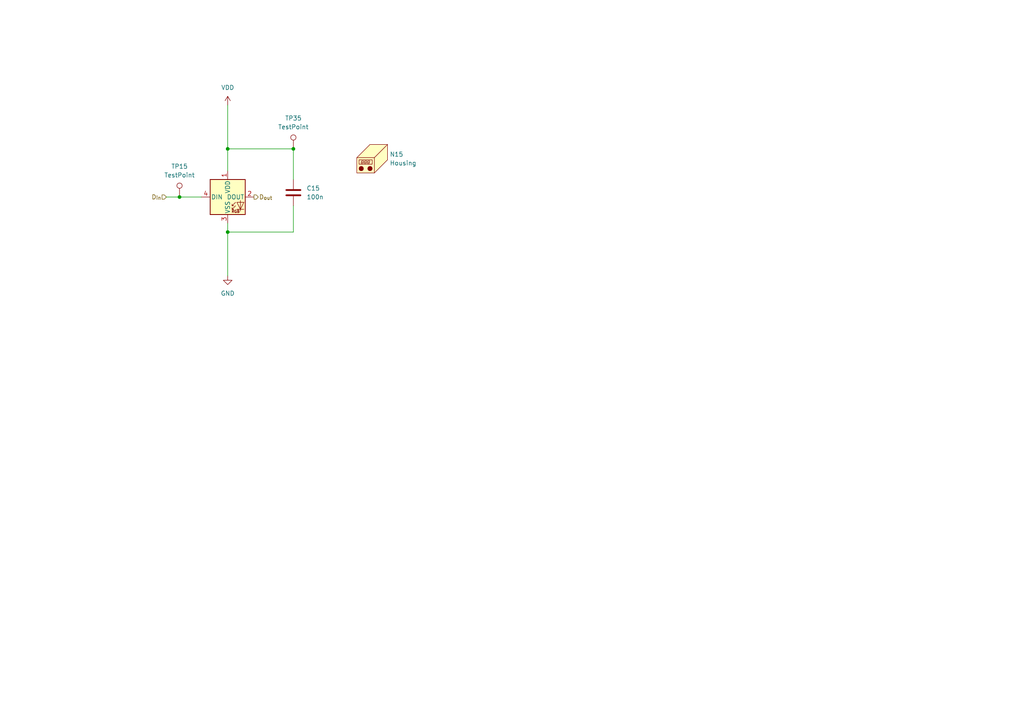
<source format=kicad_sch>
(kicad_sch (version 20250114) (generator "eeschema") (generator_version "9.0")
  (paper "A4")
  (lib_symbols
    (symbol "Connector:TestPoint" (pin_numbers (hide yes)) (pin_names (offset 0.762) (hide yes))
      (property "Reference" "TP" (at 0 6.858 0))
      (property "Value" "TestPoint" (at 0 5.08 0))
      (symbol "TestPoint_0_1"
        (circle (center 0 3.302) (radius 0.762))
      )
      (symbol "TestPoint_1_1"
        (pin passive line (at 0 0 90) (length 2.54) (name "1") (number "1"))
      )
    )
    (symbol "Device:C" (pin_numbers (hide yes)) (pin_names (offset 0.254))
      (property "Reference" "C" (at 0.635 2.54 0))
      (property "Value" "C" (at 0.635 -2.54 0))
      (symbol "C_0_1"
        (polyline (pts (xy -2.032 0.762) (xy 2.032 0.762)) (stroke (width 0.508)))
        (polyline (pts (xy -2.032 -0.762) (xy 2.032 -0.762)) (stroke (width 0.508)))
      )
      (symbol "C_1_1"
        (pin passive line (at 0 3.81 270) (length 2.794) (name "~") (number "1"))
        (pin passive line (at 0 -3.81 90) (length 2.794) (name "~") (number "2"))
      )
    )
    (symbol "Mechanical:Housing" (pin_names (offset 1.016)) (exclude_from_sim yes)
      (property "Reference" "N" (at 3.81 0 0))
      (property "Value" "Housing" (at 3.81 -1.905 0))
      (symbol "Housing_0_1"
        (polyline (pts (xy -5.715 0) (xy -0.635 0) (xy 3.175 3.81)))
        (polyline (pts (xy -5.715 0) (xy -5.715 -4.445) (xy -0.635 -4.445) (xy 3.175 -0.635) (xy 3.175 3.81) (xy -1.905 3.81) (xy -5.715 0)) (fill (type background)))
        (rectangle (start -5.08 -0.635) (end -1.27 -1.905))
        (polyline (pts (xy -4.5212 -1.5748) (xy -4.4704 -1.3716)))
        (circle (center -4.445 -3.175) (radius 0.635) (fill (type outline)))
        (polyline (pts (xy -4.4196 -1.2192) (xy -4.3688 -0.9652)))
        (polyline (pts (xy -4.4196 -1.6764) (xy -4.064 -1.6764)))
        (polyline (pts (xy -4.318 -1.3208) (xy -4.0132 -1.3208)))
        (polyline (pts (xy -4.2164 -0.9144) (xy -3.9116 -0.9144)))
        (polyline (pts (xy -3.9116 -1.6256) (xy -3.8608 -1.3716)))
        (polyline (pts (xy -3.81 -1.2192) (xy -3.7592 -0.9652)))
        (polyline (pts (xy -3.6068 -1.5748) (xy -3.556 -1.3716)))
        (polyline (pts (xy -3.5052 -1.2192) (xy -3.4544 -0.9652)))
        (polyline (pts (xy -3.5052 -1.6764) (xy -3.1496 -1.6764)))
        (polyline (pts (xy -3.4036 -1.3208) (xy -3.0988 -1.3208)))
        (polyline (pts (xy -3.302 -0.9144) (xy -2.9972 -0.9144)))
        (polyline (pts (xy -2.9972 -1.6256) (xy -2.9464 -1.3716)))
        (polyline (pts (xy -2.8956 -1.2192) (xy -2.8448 -0.9652)))
        (polyline (pts (xy -2.6924 -1.5748) (xy -2.6416 -1.3716)))
        (polyline (pts (xy -2.5908 -1.2192) (xy -2.54 -0.9652)))
        (polyline (pts (xy -2.5908 -1.6764) (xy -2.2352 -1.6764)))
        (polyline (pts (xy -2.4892 -1.3208) (xy -2.1844 -1.3208)))
        (polyline (pts (xy -2.3876 -0.9144) (xy -2.0828 -0.9144)))
        (polyline (pts (xy -2.0828 -1.6256) (xy -2.032 -1.3716)))
        (polyline (pts (xy -1.9812 -1.2192) (xy -1.9304 -0.9652)))
        (circle (center -1.905 -3.175) (radius 0.635) (fill (type outline)))
        (polyline (pts (xy -0.635 0) (xy -0.635 -4.445)))
      )
    )
    (symbol "New_Library:SK6812MINI-E" (pin_names (offset 0.254))
      (property "Reference" "D" (at 5.08 5.715 0))
      (property "Value" "SK6812MINI-E" (at 1.27 -5.715 0))
      (property "LCSC" "C5149201" (at 0 0 0))
      (symbol "SK6812MINI-E_0_0"
        (text "RGB" (at 2.286 -4.191 0) (effects (font (size 0.762 0.762))))
      )
      (symbol "SK6812MINI-E_0_1"
        (polyline (pts (xy 1.27 -2.54) (xy 1.778 -2.54)))
        (polyline (pts (xy 1.27 -3.556) (xy 1.778 -3.556)))
        (polyline (pts (xy 2.286 -1.524) (xy 1.27 -2.54) (xy 1.27 -2.032)))
        (polyline (pts (xy 2.286 -2.54) (xy 1.27 -3.556) (xy 1.27 -3.048)))
        (polyline (pts (xy 3.683 -1.016) (xy 3.683 -3.556) (xy 3.683 -4.064)))
        (polyline (pts (xy 4.699 -1.524) (xy 2.667 -1.524) (xy 3.683 -3.556) (xy 4.699 -1.524)))
        (polyline (pts (xy 4.699 -3.556) (xy 2.667 -3.556)))
        (rectangle (start 5.08 5.08) (end -5.08 -5.08) (stroke (width 0.254)) (fill (type background)))
      )
      (symbol "SK6812MINI-E_1_1"
        (pin input line (at -7.62 0 0) (length 2.54) (name "DIN") (number "4"))
        (pin power_in line (at 0 7.62 270) (length 2.54) (name "VDD") (number "1"))
        (pin power_in line (at 0 -7.62 90) (length 2.54) (name "VSS") (number "3"))
        (pin output line (at 7.62 0 180) (length 2.54) (name "DOUT") (number "2"))
      )
    )
    (symbol "power:GND" (power) (pin_numbers (hide yes)) (pin_names (offset 0) (hide yes))
      (property "Value" "GND" (at 0 -3.81 0))
      (symbol "GND_0_1"
        (polyline (pts (xy 0 0) (xy 0 -1.27) (xy 1.27 -1.27) (xy 0 -2.54) (xy -1.27 -1.27) (xy 0 -1.27)))
      )
      (symbol "GND_1_1"
        (pin power_in line (at 0 0 270) (length 0) (name "~") (number "1"))
      )
    )
    (symbol "power:VDD" (power) (pin_numbers (hide yes)) (pin_names (offset 0) (hide yes))
      (property "Value" "VDD" (at 0 3.556 0))
      (symbol "VDD_0_1"
        (polyline (pts (xy -0.762 1.27) (xy 0 2.54)))
        (polyline (pts (xy 0 2.54) (xy 0.762 1.27)))
        (polyline (pts (xy 0 0) (xy 0 2.54)))
      )
      (symbol "VDD_1_1"
        (pin power_in line (at 0 0 90) (length 0) (name "~") (number "1"))
      )
    )
  )
  (junction (at 66.04 43.18))
  (junction (at 52.07 57.15))
  (junction (at 85.09 43.18))
  (junction (at 66.04 67.31))
  (wire (pts (xy 85.09 59.69) (xy 85.09 67.31)))
  (wire (pts (xy 66.04 30.48) (xy 66.04 43.18)))
  (wire (pts (xy 85.09 43.18) (xy 66.04 43.18)))
  (wire (pts (xy 66.04 67.31) (xy 66.04 64.77)))
  (wire (pts (xy 48.26 57.15) (xy 52.07 57.15)))
  (wire (pts (xy 52.07 57.15) (xy 58.42 57.15)))
  (wire (pts (xy 66.04 43.18) (xy 66.04 49.53)))
  (wire (pts (xy 66.04 67.31) (xy 66.04 80.01)))
  (wire (pts (xy 85.09 67.31) (xy 66.04 67.31)))
  (wire (pts (xy 85.09 52.07) (xy 85.09 43.18)))
  (hierarchical_label "D_{in}" (shape input) (at 48.26 57.15 180))
  (hierarchical_label "D_{out}" (shape output) (at 73.66 57.15 0))
  (symbol (lib_id "power:GND") (at 66.04 80.01 0) (unit 1)
    (property "Reference" "#PWR02" (effects (hide yes)))
    (property "Value" "GND" (at 66.04 85.09 0))
    (property "Description" "Power symbol creates a global label with name \"GND\" , ground" (effects (hide yes)))
    (instances (project "klopferlight" (path "" (reference "#PWR078") (unit 1)) (path "" (reference "#PWR052") (unit 1)) (path "" (reference "#PWR086") (unit 1)) (path "" (reference "#PWR044") (unit 1)) (path "" (reference "#PWR090") (unit 1)) (path "" (reference "#PWR06") (unit 1)) (path "" (reference "#PWR056") (unit 1)) (path "" (reference "#PWR074") (unit 1)) (path "" (reference "#PWR064") (unit 1)) (path "" (reference "#PWR02") (unit 1)) (path "" (reference "#PWR094") (unit 1)) (path "" (reference "#PWR014") (unit 1)) (path "" (reference "#PWR098") (unit 1)) (path "" (reference "#PWR022") (unit 1)) (path "" (reference "#PWR018") (unit 1)) (path "" (reference "#PWR070") (unit 1)) (path "" (reference "#PWR010") (unit 1)) (path "" (reference "#PWR082") (unit 1)) (path "" (reference "#PWR048") (unit 1)) (path "" (reference "#PWR060") (unit 1))))
  )
  (symbol (lib_id "Device:C") (at 85.09 55.88 0) (unit 1)
    (property "Reference" "C1" (at 88.9 54.6099 0) (effects (justify left)))
    (property "Value" "100n" (at 88.9 57.1499 0) (effects (justify left)))
    (property "Footprint" "Capacitor_SMD:C_0603_1608Metric" (effects (hide yes)))
    (property "Description" "Unpolarized capacitor" (effects (hide yes)))
    (instances (project "klopferlight" (path "" (reference "C15") (unit 1)) (path "" (reference "C9") (unit 1)) (path "" (reference "C17") (unit 1)) (path "" (reference "C7") (unit 1)) (path "" (reference "C18") (unit 1)) (path "" (reference "C2") (unit 1)) (path "" (reference "C10") (unit 1)) (path "" (reference "C14") (unit 1)) (path "" (reference "C12") (unit 1)) (path "" (reference "C1") (unit 1)) (path "" (reference "C19") (unit 1)) (path "" (reference "C4") (unit 1)) (path "" (reference "C20") (unit 1)) (path "" (reference "C6") (unit 1)) (path "" (reference "C5") (unit 1)) (path "" (reference "C13") (unit 1)) (path "" (reference "C3") (unit 1)) (path "" (reference "C16") (unit 1)) (path "" (reference "C8") (unit 1)) (path "" (reference "C11") (unit 1))))
  )
  (symbol (lib_id "Connector:TestPoint") (at 85.09 43.18 0) (unit 1) (in_bom no)
    (property "Reference" "TP21" (at 85.09 34.29 0))
    (property "Value" "TestPoint" (at 85.09 36.83 0))
    (property "Footprint" "TestPoint:TestPoint_THTPad_1.0x1.0mm_Drill0.5mm" (effects (hide yes)))
    (property "Description" "test point" (effects (hide yes)))
    (instances (project "klopferlight" (path "" (reference "TP35") (unit 1)) (path "" (reference "TP29") (unit 1)) (path "" (reference "TP37") (unit 1)) (path "" (reference "TP27") (unit 1)) (path "" (reference "TP38") (unit 1)) (path "" (reference "TP22") (unit 1)) (path "" (reference "TP30") (unit 1)) (path "" (reference "TP34") (unit 1)) (path "" (reference "TP32") (unit 1)) (path "" (reference "TP21") (unit 1)) (path "" (reference "TP39") (unit 1)) (path "" (reference "TP24") (unit 1)) (path "" (reference "TP40") (unit 1)) (path "" (reference "TP26") (unit 1)) (path "" (reference "TP25") (unit 1)) (path "" (reference "TP33") (unit 1)) (path "" (reference "TP23") (unit 1)) (path "" (reference "TP36") (unit 1)) (path "" (reference "TP28") (unit 1)) (path "" (reference "TP31") (unit 1))))
  )
  (symbol (lib_id "New_Library:SK6812MINI-E") (at 66.04 57.15 0) (unit 1)
    (property "Reference" "D1" (effects (hide yes)))
    (property "Value" "SK6812MINI-E" (effects (hide yes)))
    (property "Footprint" "Library:SK6812-MINI-E" (effects (hide yes)))
    (property "Datasheet" "https://jlcpcb.com/api/file/downloadByFileSystemAccessId/8554724181756903424" (effects (hide yes)))
    (property "Description" "RGB LED with integrated controller" (effects (hide yes)))
    (property "LCSC" "C5149201" (effects (hide yes)))
    (instances (project "klopferlight" (path "" (reference "D15") (unit 1)) (path "" (reference "D9") (unit 1)) (path "" (reference "D17") (unit 1)) (path "" (reference "D7") (unit 1)) (path "" (reference "D18") (unit 1)) (path "" (reference "D2") (unit 1)) (path "" (reference "D10") (unit 1)) (path "" (reference "D14") (unit 1)) (path "" (reference "D12") (unit 1)) (path "" (reference "D1") (unit 1)) (path "" (reference "D19") (unit 1)) (path "" (reference "D4") (unit 1)) (path "" (reference "D20") (unit 1)) (path "" (reference "D6") (unit 1)) (path "" (reference "D5") (unit 1)) (path "" (reference "D13") (unit 1)) (path "" (reference "D3") (unit 1)) (path "" (reference "D16") (unit 1)) (path "" (reference "D8") (unit 1)) (path "" (reference "D11") (unit 1))))
  )
  (symbol (lib_id "power:VDD") (at 66.04 30.48 0) (unit 1)
    (property "Reference" "#PWR01" (effects (hide yes)))
    (property "Value" "VDD" (at 66.04 25.4 0))
    (property "Description" "Power symbol creates a global label with name \"VDD\"" (effects (hide yes)))
    (instances (project "klopferlight" (path "" (reference "#PWR077") (unit 1)) (path "" (reference "#PWR051") (unit 1)) (path "" (reference "#PWR085") (unit 1)) (path "" (reference "#PWR043") (unit 1)) (path "" (reference "#PWR089") (unit 1)) (path "" (reference "#PWR05") (unit 1)) (path "" (reference "#PWR055") (unit 1)) (path "" (reference "#PWR073") (unit 1)) (path "" (reference "#PWR063") (unit 1)) (path "" (reference "#PWR01") (unit 1)) (path "" (reference "#PWR093") (unit 1)) (path "" (reference "#PWR013") (unit 1)) (path "" (reference "#PWR097") (unit 1)) (path "" (reference "#PWR021") (unit 1)) (path "" (reference "#PWR017") (unit 1)) (path "" (reference "#PWR069") (unit 1)) (path "" (reference "#PWR09") (unit 1)) (path "" (reference "#PWR081") (unit 1)) (path "" (reference "#PWR047") (unit 1)) (path "" (reference "#PWR059") (unit 1))))
  )
  (symbol (lib_id "Connector:TestPoint") (at 52.07 57.15 0) (unit 1) (in_bom no)
    (property "Reference" "TP1" (at 52.07 48.26 0))
    (property "Value" "TestPoint" (at 52.07 50.8 0))
    (property "Footprint" "TestPoint:TestPoint_THTPad_1.0x1.0mm_Drill0.5mm" (effects (hide yes)))
    (property "Description" "test point" (effects (hide yes)))
    (instances (project "" (path "" (reference "TP15") (unit 1)) (path "" (reference "TP9") (unit 1)) (path "" (reference "TP17") (unit 1)) (path "" (reference "TP7") (unit 1)) (path "" (reference "TP18") (unit 1)) (path "" (reference "TP2") (unit 1)) (path "" (reference "TP10") (unit 1)) (path "" (reference "TP14") (unit 1)) (path "" (reference "TP12") (unit 1)) (path "" (reference "TP1") (unit 1)) (path "" (reference "TP19") (unit 1)) (path "" (reference "TP4") (unit 1)) (path "" (reference "TP20") (unit 1)) (path "" (reference "TP6") (unit 1)) (path "" (reference "TP5") (unit 1)) (path "" (reference "TP13") (unit 1)) (path "" (reference "TP3") (unit 1)) (path "" (reference "TP16") (unit 1)) (path "" (reference "TP8") (unit 1)) (path "" (reference "TP11") (unit 1))))
  )
  (symbol (lib_id "Mechanical:Housing") (at 109.22 45.72 0) (unit 1) (exclude_from_sim yes)
    (property "Reference" "N1" (at 113.03 44.7674 0) (effects (justify left)))
    (property "Value" "Housing" (at 113.03 47.3074 0) (effects (justify left)))
    (property "Footprint" "Library:klopfer" (effects (hide yes)))
    (property "Description" "Housing" (effects (hide yes)))
    (instances (project "klopferlight" (path "" (reference "N15") (unit 1)) (path "" (reference "N9") (unit 1)) (path "" (reference "N17") (unit 1)) (path "" (reference "N7") (unit 1)) (path "" (reference "N18") (unit 1)) (path "" (reference "N2") (unit 1)) (path "" (reference "N10") (unit 1)) (path "" (reference "N14") (unit 1)) (path "" (reference "N12") (unit 1)) (path "" (reference "N1") (unit 1)) (path "" (reference "N19") (unit 1)) (path "" (reference "N4") (unit 1)) (path "" (reference "N20") (unit 1)) (path "" (reference "N6") (unit 1)) (path "" (reference "N5") (unit 1)) (path "" (reference "N13") (unit 1)) (path "" (reference "N3") (unit 1)) (path "" (reference "N16") (unit 1)) (path "" (reference "N8") (unit 1)) (path "" (reference "N11") (unit 1))))
  )
)
</source>
